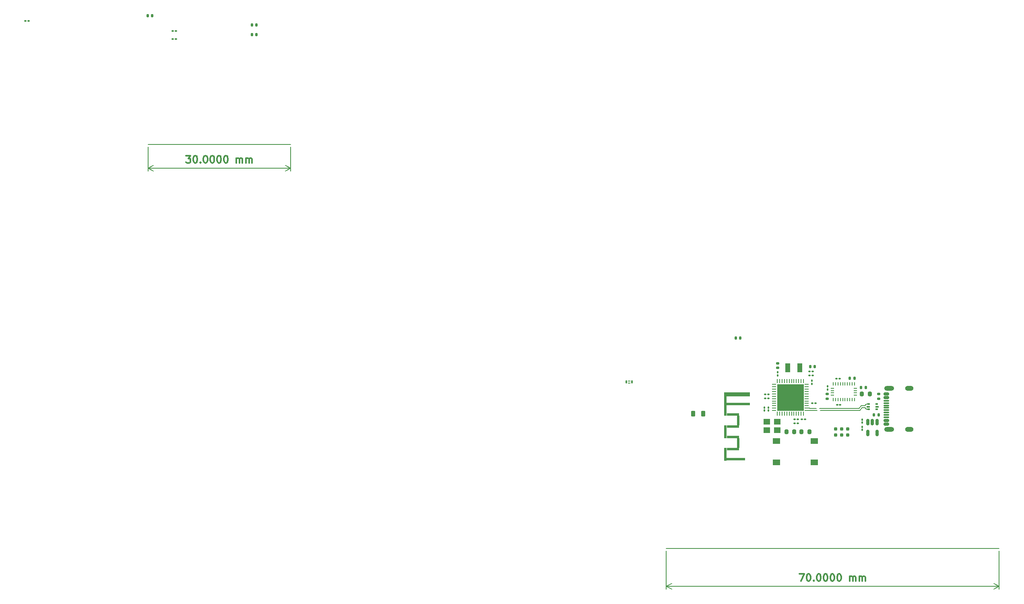
<source format=gbr>
%TF.GenerationSoftware,KiCad,Pcbnew,7.0.8*%
%TF.CreationDate,2024-02-19T13:09:21+00:00*%
%TF.ProjectId,HW_MoveCritic_KiCad_Project,48575f4d-6f76-4654-9372-697469635f4b,rev?*%
%TF.SameCoordinates,Original*%
%TF.FileFunction,Copper,L1,Top*%
%TF.FilePolarity,Positive*%
%FSLAX46Y46*%
G04 Gerber Fmt 4.6, Leading zero omitted, Abs format (unit mm)*
G04 Created by KiCad (PCBNEW 7.0.8) date 2024-02-19 13:09:21*
%MOMM*%
%LPD*%
G01*
G04 APERTURE LIST*
G04 Aperture macros list*
%AMRoundRect*
0 Rectangle with rounded corners*
0 $1 Rounding radius*
0 $2 $3 $4 $5 $6 $7 $8 $9 X,Y pos of 4 corners*
0 Add a 4 corners polygon primitive as box body*
4,1,4,$2,$3,$4,$5,$6,$7,$8,$9,$2,$3,0*
0 Add four circle primitives for the rounded corners*
1,1,$1+$1,$2,$3*
1,1,$1+$1,$4,$5*
1,1,$1+$1,$6,$7*
1,1,$1+$1,$8,$9*
0 Add four rect primitives between the rounded corners*
20,1,$1+$1,$2,$3,$4,$5,0*
20,1,$1+$1,$4,$5,$6,$7,0*
20,1,$1+$1,$6,$7,$8,$9,0*
20,1,$1+$1,$8,$9,$2,$3,0*%
G04 Aperture macros list end*
%TA.AperFunction,NonConductor*%
%ADD10C,0.200000*%
%TD*%
%ADD11C,0.300000*%
%TA.AperFunction,NonConductor*%
%ADD12C,0.300000*%
%TD*%
%TA.AperFunction,SMDPad,CuDef*%
%ADD13RoundRect,0.100000X-0.130000X-0.100000X0.130000X-0.100000X0.130000X0.100000X-0.130000X0.100000X0*%
%TD*%
%TA.AperFunction,SMDPad,CuDef*%
%ADD14RoundRect,0.135000X0.185000X-0.135000X0.185000X0.135000X-0.185000X0.135000X-0.185000X-0.135000X0*%
%TD*%
%TA.AperFunction,SMDPad,CuDef*%
%ADD15R,0.500000X0.375000*%
%TD*%
%TA.AperFunction,SMDPad,CuDef*%
%ADD16R,0.650000X0.300000*%
%TD*%
%TA.AperFunction,SMDPad,CuDef*%
%ADD17RoundRect,0.218750X-0.218750X-0.381250X0.218750X-0.381250X0.218750X0.381250X-0.218750X0.381250X0*%
%TD*%
%TA.AperFunction,SMDPad,CuDef*%
%ADD18RoundRect,0.100000X0.130000X0.100000X-0.130000X0.100000X-0.130000X-0.100000X0.130000X-0.100000X0*%
%TD*%
%TA.AperFunction,SMDPad,CuDef*%
%ADD19RoundRect,0.147500X-0.147500X-0.172500X0.147500X-0.172500X0.147500X0.172500X-0.147500X0.172500X0*%
%TD*%
%TA.AperFunction,SMDPad,CuDef*%
%ADD20R,1.100000X1.900000*%
%TD*%
%TA.AperFunction,SMDPad,CuDef*%
%ADD21RoundRect,0.135000X0.135000X0.185000X-0.135000X0.185000X-0.135000X-0.185000X0.135000X-0.185000X0*%
%TD*%
%TA.AperFunction,SMDPad,CuDef*%
%ADD22RoundRect,0.140000X-0.140000X-0.170000X0.140000X-0.170000X0.140000X0.170000X-0.140000X0.170000X0*%
%TD*%
%TA.AperFunction,SMDPad,CuDef*%
%ADD23RoundRect,0.150000X0.425000X-0.150000X0.425000X0.150000X-0.425000X0.150000X-0.425000X-0.150000X0*%
%TD*%
%TA.AperFunction,SMDPad,CuDef*%
%ADD24RoundRect,0.075000X0.500000X-0.075000X0.500000X0.075000X-0.500000X0.075000X-0.500000X-0.075000X0*%
%TD*%
%TA.AperFunction,ComponentPad*%
%ADD25O,2.100000X1.000000*%
%TD*%
%TA.AperFunction,ComponentPad*%
%ADD26O,1.800000X1.000000*%
%TD*%
%TA.AperFunction,SMDPad,CuDef*%
%ADD27RoundRect,0.135000X-0.135000X-0.185000X0.135000X-0.185000X0.135000X0.185000X-0.135000X0.185000X0*%
%TD*%
%TA.AperFunction,SMDPad,CuDef*%
%ADD28RoundRect,0.200000X0.200000X0.275000X-0.200000X0.275000X-0.200000X-0.275000X0.200000X-0.275000X0*%
%TD*%
%TA.AperFunction,SMDPad,CuDef*%
%ADD29RoundRect,0.100000X0.100000X-0.130000X0.100000X0.130000X-0.100000X0.130000X-0.100000X-0.130000X0*%
%TD*%
%TA.AperFunction,ConnectorPad*%
%ADD30C,0.787400*%
%TD*%
%TA.AperFunction,SMDPad,CuDef*%
%ADD31R,0.500000X5.000000*%
%TD*%
%TA.AperFunction,SMDPad,CuDef*%
%ADD32R,4.900000X0.500000*%
%TD*%
%TA.AperFunction,SMDPad,CuDef*%
%ADD33R,2.640000X0.500000*%
%TD*%
%TA.AperFunction,SMDPad,CuDef*%
%ADD34R,0.500000X2.000000*%
%TD*%
%TA.AperFunction,SMDPad,CuDef*%
%ADD35R,0.500000X2.700000*%
%TD*%
%TA.AperFunction,SMDPad,CuDef*%
%ADD36R,3.900000X0.500000*%
%TD*%
%TA.AperFunction,SMDPad,CuDef*%
%ADD37R,4.900000X0.900000*%
%TD*%
%TA.AperFunction,SMDPad,CuDef*%
%ADD38R,1.550000X1.300000*%
%TD*%
%TA.AperFunction,SMDPad,CuDef*%
%ADD39RoundRect,0.100000X-0.100000X0.130000X-0.100000X-0.130000X0.100000X-0.130000X0.100000X0.130000X0*%
%TD*%
%TA.AperFunction,SMDPad,CuDef*%
%ADD40RoundRect,0.062500X-0.062500X0.375000X-0.062500X-0.375000X0.062500X-0.375000X0.062500X0.375000X0*%
%TD*%
%TA.AperFunction,SMDPad,CuDef*%
%ADD41RoundRect,0.062500X-0.375000X0.062500X-0.375000X-0.062500X0.375000X-0.062500X0.375000X0.062500X0*%
%TD*%
%TA.AperFunction,SMDPad,CuDef*%
%ADD42R,5.600000X5.600000*%
%TD*%
%TA.AperFunction,SMDPad,CuDef*%
%ADD43RoundRect,0.200000X-0.200000X-0.275000X0.200000X-0.275000X0.200000X0.275000X-0.200000X0.275000X0*%
%TD*%
%TA.AperFunction,SMDPad,CuDef*%
%ADD44RoundRect,0.140000X-0.170000X0.140000X-0.170000X-0.140000X0.170000X-0.140000X0.170000X0.140000X0*%
%TD*%
%TA.AperFunction,SMDPad,CuDef*%
%ADD45RoundRect,0.068750X-0.068750X-0.281250X0.068750X-0.281250X0.068750X0.281250X-0.068750X0.281250X0*%
%TD*%
%TA.AperFunction,SMDPad,CuDef*%
%ADD46RoundRect,0.061250X-0.163750X-0.061250X0.163750X-0.061250X0.163750X0.061250X-0.163750X0.061250X0*%
%TD*%
%TA.AperFunction,SMDPad,CuDef*%
%ADD47R,0.254000X0.675000*%
%TD*%
%TA.AperFunction,SMDPad,CuDef*%
%ADD48R,0.675000X0.254000*%
%TD*%
%TA.AperFunction,SMDPad,CuDef*%
%ADD49R,1.400000X1.200000*%
%TD*%
%TA.AperFunction,SMDPad,CuDef*%
%ADD50RoundRect,0.150000X-0.150000X0.512500X-0.150000X-0.512500X0.150000X-0.512500X0.150000X0.512500X0*%
%TD*%
%TA.AperFunction,Conductor*%
%ADD51C,0.200000*%
%TD*%
G04 APERTURE END LIST*
D10*
X15000000Y-45000000D02*
X45000000Y-45000000D01*
X124000000Y-130000000D02*
X194000000Y-130000000D01*
D11*
D12*
X152000001Y-135378327D02*
X153000001Y-135378327D01*
X153000001Y-135378327D02*
X152357144Y-136878327D01*
X153857144Y-135378327D02*
X154000001Y-135378327D01*
X154000001Y-135378327D02*
X154142858Y-135449756D01*
X154142858Y-135449756D02*
X154214287Y-135521184D01*
X154214287Y-135521184D02*
X154285715Y-135664041D01*
X154285715Y-135664041D02*
X154357144Y-135949756D01*
X154357144Y-135949756D02*
X154357144Y-136306899D01*
X154357144Y-136306899D02*
X154285715Y-136592613D01*
X154285715Y-136592613D02*
X154214287Y-136735470D01*
X154214287Y-136735470D02*
X154142858Y-136806899D01*
X154142858Y-136806899D02*
X154000001Y-136878327D01*
X154000001Y-136878327D02*
X153857144Y-136878327D01*
X153857144Y-136878327D02*
X153714287Y-136806899D01*
X153714287Y-136806899D02*
X153642858Y-136735470D01*
X153642858Y-136735470D02*
X153571429Y-136592613D01*
X153571429Y-136592613D02*
X153500001Y-136306899D01*
X153500001Y-136306899D02*
X153500001Y-135949756D01*
X153500001Y-135949756D02*
X153571429Y-135664041D01*
X153571429Y-135664041D02*
X153642858Y-135521184D01*
X153642858Y-135521184D02*
X153714287Y-135449756D01*
X153714287Y-135449756D02*
X153857144Y-135378327D01*
X155000000Y-136735470D02*
X155071429Y-136806899D01*
X155071429Y-136806899D02*
X155000000Y-136878327D01*
X155000000Y-136878327D02*
X154928572Y-136806899D01*
X154928572Y-136806899D02*
X155000000Y-136735470D01*
X155000000Y-136735470D02*
X155000000Y-136878327D01*
X156000001Y-135378327D02*
X156142858Y-135378327D01*
X156142858Y-135378327D02*
X156285715Y-135449756D01*
X156285715Y-135449756D02*
X156357144Y-135521184D01*
X156357144Y-135521184D02*
X156428572Y-135664041D01*
X156428572Y-135664041D02*
X156500001Y-135949756D01*
X156500001Y-135949756D02*
X156500001Y-136306899D01*
X156500001Y-136306899D02*
X156428572Y-136592613D01*
X156428572Y-136592613D02*
X156357144Y-136735470D01*
X156357144Y-136735470D02*
X156285715Y-136806899D01*
X156285715Y-136806899D02*
X156142858Y-136878327D01*
X156142858Y-136878327D02*
X156000001Y-136878327D01*
X156000001Y-136878327D02*
X155857144Y-136806899D01*
X155857144Y-136806899D02*
X155785715Y-136735470D01*
X155785715Y-136735470D02*
X155714286Y-136592613D01*
X155714286Y-136592613D02*
X155642858Y-136306899D01*
X155642858Y-136306899D02*
X155642858Y-135949756D01*
X155642858Y-135949756D02*
X155714286Y-135664041D01*
X155714286Y-135664041D02*
X155785715Y-135521184D01*
X155785715Y-135521184D02*
X155857144Y-135449756D01*
X155857144Y-135449756D02*
X156000001Y-135378327D01*
X157428572Y-135378327D02*
X157571429Y-135378327D01*
X157571429Y-135378327D02*
X157714286Y-135449756D01*
X157714286Y-135449756D02*
X157785715Y-135521184D01*
X157785715Y-135521184D02*
X157857143Y-135664041D01*
X157857143Y-135664041D02*
X157928572Y-135949756D01*
X157928572Y-135949756D02*
X157928572Y-136306899D01*
X157928572Y-136306899D02*
X157857143Y-136592613D01*
X157857143Y-136592613D02*
X157785715Y-136735470D01*
X157785715Y-136735470D02*
X157714286Y-136806899D01*
X157714286Y-136806899D02*
X157571429Y-136878327D01*
X157571429Y-136878327D02*
X157428572Y-136878327D01*
X157428572Y-136878327D02*
X157285715Y-136806899D01*
X157285715Y-136806899D02*
X157214286Y-136735470D01*
X157214286Y-136735470D02*
X157142857Y-136592613D01*
X157142857Y-136592613D02*
X157071429Y-136306899D01*
X157071429Y-136306899D02*
X157071429Y-135949756D01*
X157071429Y-135949756D02*
X157142857Y-135664041D01*
X157142857Y-135664041D02*
X157214286Y-135521184D01*
X157214286Y-135521184D02*
X157285715Y-135449756D01*
X157285715Y-135449756D02*
X157428572Y-135378327D01*
X158857143Y-135378327D02*
X159000000Y-135378327D01*
X159000000Y-135378327D02*
X159142857Y-135449756D01*
X159142857Y-135449756D02*
X159214286Y-135521184D01*
X159214286Y-135521184D02*
X159285714Y-135664041D01*
X159285714Y-135664041D02*
X159357143Y-135949756D01*
X159357143Y-135949756D02*
X159357143Y-136306899D01*
X159357143Y-136306899D02*
X159285714Y-136592613D01*
X159285714Y-136592613D02*
X159214286Y-136735470D01*
X159214286Y-136735470D02*
X159142857Y-136806899D01*
X159142857Y-136806899D02*
X159000000Y-136878327D01*
X159000000Y-136878327D02*
X158857143Y-136878327D01*
X158857143Y-136878327D02*
X158714286Y-136806899D01*
X158714286Y-136806899D02*
X158642857Y-136735470D01*
X158642857Y-136735470D02*
X158571428Y-136592613D01*
X158571428Y-136592613D02*
X158500000Y-136306899D01*
X158500000Y-136306899D02*
X158500000Y-135949756D01*
X158500000Y-135949756D02*
X158571428Y-135664041D01*
X158571428Y-135664041D02*
X158642857Y-135521184D01*
X158642857Y-135521184D02*
X158714286Y-135449756D01*
X158714286Y-135449756D02*
X158857143Y-135378327D01*
X160285714Y-135378327D02*
X160428571Y-135378327D01*
X160428571Y-135378327D02*
X160571428Y-135449756D01*
X160571428Y-135449756D02*
X160642857Y-135521184D01*
X160642857Y-135521184D02*
X160714285Y-135664041D01*
X160714285Y-135664041D02*
X160785714Y-135949756D01*
X160785714Y-135949756D02*
X160785714Y-136306899D01*
X160785714Y-136306899D02*
X160714285Y-136592613D01*
X160714285Y-136592613D02*
X160642857Y-136735470D01*
X160642857Y-136735470D02*
X160571428Y-136806899D01*
X160571428Y-136806899D02*
X160428571Y-136878327D01*
X160428571Y-136878327D02*
X160285714Y-136878327D01*
X160285714Y-136878327D02*
X160142857Y-136806899D01*
X160142857Y-136806899D02*
X160071428Y-136735470D01*
X160071428Y-136735470D02*
X159999999Y-136592613D01*
X159999999Y-136592613D02*
X159928571Y-136306899D01*
X159928571Y-136306899D02*
X159928571Y-135949756D01*
X159928571Y-135949756D02*
X159999999Y-135664041D01*
X159999999Y-135664041D02*
X160071428Y-135521184D01*
X160071428Y-135521184D02*
X160142857Y-135449756D01*
X160142857Y-135449756D02*
X160285714Y-135378327D01*
X162571427Y-136878327D02*
X162571427Y-135878327D01*
X162571427Y-136021184D02*
X162642856Y-135949756D01*
X162642856Y-135949756D02*
X162785713Y-135878327D01*
X162785713Y-135878327D02*
X162999999Y-135878327D01*
X162999999Y-135878327D02*
X163142856Y-135949756D01*
X163142856Y-135949756D02*
X163214285Y-136092613D01*
X163214285Y-136092613D02*
X163214285Y-136878327D01*
X163214285Y-136092613D02*
X163285713Y-135949756D01*
X163285713Y-135949756D02*
X163428570Y-135878327D01*
X163428570Y-135878327D02*
X163642856Y-135878327D01*
X163642856Y-135878327D02*
X163785713Y-135949756D01*
X163785713Y-135949756D02*
X163857142Y-136092613D01*
X163857142Y-136092613D02*
X163857142Y-136878327D01*
X164571427Y-136878327D02*
X164571427Y-135878327D01*
X164571427Y-136021184D02*
X164642856Y-135949756D01*
X164642856Y-135949756D02*
X164785713Y-135878327D01*
X164785713Y-135878327D02*
X164999999Y-135878327D01*
X164999999Y-135878327D02*
X165142856Y-135949756D01*
X165142856Y-135949756D02*
X165214285Y-136092613D01*
X165214285Y-136092613D02*
X165214285Y-136878327D01*
X165214285Y-136092613D02*
X165285713Y-135949756D01*
X165285713Y-135949756D02*
X165428570Y-135878327D01*
X165428570Y-135878327D02*
X165642856Y-135878327D01*
X165642856Y-135878327D02*
X165785713Y-135949756D01*
X165785713Y-135949756D02*
X165857142Y-136092613D01*
X165857142Y-136092613D02*
X165857142Y-136878327D01*
D10*
X124000000Y-130500000D02*
X124000000Y-138586419D01*
X194000000Y-130500000D02*
X194000000Y-138586419D01*
X124000000Y-137999999D02*
X194000000Y-137999999D01*
X124000000Y-137999999D02*
X194000000Y-137999999D01*
X124000000Y-137999999D02*
X125126504Y-137413578D01*
X124000000Y-137999999D02*
X125126504Y-138586420D01*
X194000000Y-137999999D02*
X192873496Y-138586420D01*
X194000000Y-137999999D02*
X192873496Y-137413578D01*
D11*
D12*
X23000001Y-47378327D02*
X23928573Y-47378327D01*
X23928573Y-47378327D02*
X23428573Y-47949756D01*
X23428573Y-47949756D02*
X23642858Y-47949756D01*
X23642858Y-47949756D02*
X23785716Y-48021184D01*
X23785716Y-48021184D02*
X23857144Y-48092613D01*
X23857144Y-48092613D02*
X23928573Y-48235470D01*
X23928573Y-48235470D02*
X23928573Y-48592613D01*
X23928573Y-48592613D02*
X23857144Y-48735470D01*
X23857144Y-48735470D02*
X23785716Y-48806899D01*
X23785716Y-48806899D02*
X23642858Y-48878327D01*
X23642858Y-48878327D02*
X23214287Y-48878327D01*
X23214287Y-48878327D02*
X23071430Y-48806899D01*
X23071430Y-48806899D02*
X23000001Y-48735470D01*
X24857144Y-47378327D02*
X25000001Y-47378327D01*
X25000001Y-47378327D02*
X25142858Y-47449756D01*
X25142858Y-47449756D02*
X25214287Y-47521184D01*
X25214287Y-47521184D02*
X25285715Y-47664041D01*
X25285715Y-47664041D02*
X25357144Y-47949756D01*
X25357144Y-47949756D02*
X25357144Y-48306899D01*
X25357144Y-48306899D02*
X25285715Y-48592613D01*
X25285715Y-48592613D02*
X25214287Y-48735470D01*
X25214287Y-48735470D02*
X25142858Y-48806899D01*
X25142858Y-48806899D02*
X25000001Y-48878327D01*
X25000001Y-48878327D02*
X24857144Y-48878327D01*
X24857144Y-48878327D02*
X24714287Y-48806899D01*
X24714287Y-48806899D02*
X24642858Y-48735470D01*
X24642858Y-48735470D02*
X24571429Y-48592613D01*
X24571429Y-48592613D02*
X24500001Y-48306899D01*
X24500001Y-48306899D02*
X24500001Y-47949756D01*
X24500001Y-47949756D02*
X24571429Y-47664041D01*
X24571429Y-47664041D02*
X24642858Y-47521184D01*
X24642858Y-47521184D02*
X24714287Y-47449756D01*
X24714287Y-47449756D02*
X24857144Y-47378327D01*
X26000000Y-48735470D02*
X26071429Y-48806899D01*
X26071429Y-48806899D02*
X26000000Y-48878327D01*
X26000000Y-48878327D02*
X25928572Y-48806899D01*
X25928572Y-48806899D02*
X26000000Y-48735470D01*
X26000000Y-48735470D02*
X26000000Y-48878327D01*
X27000001Y-47378327D02*
X27142858Y-47378327D01*
X27142858Y-47378327D02*
X27285715Y-47449756D01*
X27285715Y-47449756D02*
X27357144Y-47521184D01*
X27357144Y-47521184D02*
X27428572Y-47664041D01*
X27428572Y-47664041D02*
X27500001Y-47949756D01*
X27500001Y-47949756D02*
X27500001Y-48306899D01*
X27500001Y-48306899D02*
X27428572Y-48592613D01*
X27428572Y-48592613D02*
X27357144Y-48735470D01*
X27357144Y-48735470D02*
X27285715Y-48806899D01*
X27285715Y-48806899D02*
X27142858Y-48878327D01*
X27142858Y-48878327D02*
X27000001Y-48878327D01*
X27000001Y-48878327D02*
X26857144Y-48806899D01*
X26857144Y-48806899D02*
X26785715Y-48735470D01*
X26785715Y-48735470D02*
X26714286Y-48592613D01*
X26714286Y-48592613D02*
X26642858Y-48306899D01*
X26642858Y-48306899D02*
X26642858Y-47949756D01*
X26642858Y-47949756D02*
X26714286Y-47664041D01*
X26714286Y-47664041D02*
X26785715Y-47521184D01*
X26785715Y-47521184D02*
X26857144Y-47449756D01*
X26857144Y-47449756D02*
X27000001Y-47378327D01*
X28428572Y-47378327D02*
X28571429Y-47378327D01*
X28571429Y-47378327D02*
X28714286Y-47449756D01*
X28714286Y-47449756D02*
X28785715Y-47521184D01*
X28785715Y-47521184D02*
X28857143Y-47664041D01*
X28857143Y-47664041D02*
X28928572Y-47949756D01*
X28928572Y-47949756D02*
X28928572Y-48306899D01*
X28928572Y-48306899D02*
X28857143Y-48592613D01*
X28857143Y-48592613D02*
X28785715Y-48735470D01*
X28785715Y-48735470D02*
X28714286Y-48806899D01*
X28714286Y-48806899D02*
X28571429Y-48878327D01*
X28571429Y-48878327D02*
X28428572Y-48878327D01*
X28428572Y-48878327D02*
X28285715Y-48806899D01*
X28285715Y-48806899D02*
X28214286Y-48735470D01*
X28214286Y-48735470D02*
X28142857Y-48592613D01*
X28142857Y-48592613D02*
X28071429Y-48306899D01*
X28071429Y-48306899D02*
X28071429Y-47949756D01*
X28071429Y-47949756D02*
X28142857Y-47664041D01*
X28142857Y-47664041D02*
X28214286Y-47521184D01*
X28214286Y-47521184D02*
X28285715Y-47449756D01*
X28285715Y-47449756D02*
X28428572Y-47378327D01*
X29857143Y-47378327D02*
X30000000Y-47378327D01*
X30000000Y-47378327D02*
X30142857Y-47449756D01*
X30142857Y-47449756D02*
X30214286Y-47521184D01*
X30214286Y-47521184D02*
X30285714Y-47664041D01*
X30285714Y-47664041D02*
X30357143Y-47949756D01*
X30357143Y-47949756D02*
X30357143Y-48306899D01*
X30357143Y-48306899D02*
X30285714Y-48592613D01*
X30285714Y-48592613D02*
X30214286Y-48735470D01*
X30214286Y-48735470D02*
X30142857Y-48806899D01*
X30142857Y-48806899D02*
X30000000Y-48878327D01*
X30000000Y-48878327D02*
X29857143Y-48878327D01*
X29857143Y-48878327D02*
X29714286Y-48806899D01*
X29714286Y-48806899D02*
X29642857Y-48735470D01*
X29642857Y-48735470D02*
X29571428Y-48592613D01*
X29571428Y-48592613D02*
X29500000Y-48306899D01*
X29500000Y-48306899D02*
X29500000Y-47949756D01*
X29500000Y-47949756D02*
X29571428Y-47664041D01*
X29571428Y-47664041D02*
X29642857Y-47521184D01*
X29642857Y-47521184D02*
X29714286Y-47449756D01*
X29714286Y-47449756D02*
X29857143Y-47378327D01*
X31285714Y-47378327D02*
X31428571Y-47378327D01*
X31428571Y-47378327D02*
X31571428Y-47449756D01*
X31571428Y-47449756D02*
X31642857Y-47521184D01*
X31642857Y-47521184D02*
X31714285Y-47664041D01*
X31714285Y-47664041D02*
X31785714Y-47949756D01*
X31785714Y-47949756D02*
X31785714Y-48306899D01*
X31785714Y-48306899D02*
X31714285Y-48592613D01*
X31714285Y-48592613D02*
X31642857Y-48735470D01*
X31642857Y-48735470D02*
X31571428Y-48806899D01*
X31571428Y-48806899D02*
X31428571Y-48878327D01*
X31428571Y-48878327D02*
X31285714Y-48878327D01*
X31285714Y-48878327D02*
X31142857Y-48806899D01*
X31142857Y-48806899D02*
X31071428Y-48735470D01*
X31071428Y-48735470D02*
X30999999Y-48592613D01*
X30999999Y-48592613D02*
X30928571Y-48306899D01*
X30928571Y-48306899D02*
X30928571Y-47949756D01*
X30928571Y-47949756D02*
X30999999Y-47664041D01*
X30999999Y-47664041D02*
X31071428Y-47521184D01*
X31071428Y-47521184D02*
X31142857Y-47449756D01*
X31142857Y-47449756D02*
X31285714Y-47378327D01*
X33571427Y-48878327D02*
X33571427Y-47878327D01*
X33571427Y-48021184D02*
X33642856Y-47949756D01*
X33642856Y-47949756D02*
X33785713Y-47878327D01*
X33785713Y-47878327D02*
X33999999Y-47878327D01*
X33999999Y-47878327D02*
X34142856Y-47949756D01*
X34142856Y-47949756D02*
X34214285Y-48092613D01*
X34214285Y-48092613D02*
X34214285Y-48878327D01*
X34214285Y-48092613D02*
X34285713Y-47949756D01*
X34285713Y-47949756D02*
X34428570Y-47878327D01*
X34428570Y-47878327D02*
X34642856Y-47878327D01*
X34642856Y-47878327D02*
X34785713Y-47949756D01*
X34785713Y-47949756D02*
X34857142Y-48092613D01*
X34857142Y-48092613D02*
X34857142Y-48878327D01*
X35571427Y-48878327D02*
X35571427Y-47878327D01*
X35571427Y-48021184D02*
X35642856Y-47949756D01*
X35642856Y-47949756D02*
X35785713Y-47878327D01*
X35785713Y-47878327D02*
X35999999Y-47878327D01*
X35999999Y-47878327D02*
X36142856Y-47949756D01*
X36142856Y-47949756D02*
X36214285Y-48092613D01*
X36214285Y-48092613D02*
X36214285Y-48878327D01*
X36214285Y-48092613D02*
X36285713Y-47949756D01*
X36285713Y-47949756D02*
X36428570Y-47878327D01*
X36428570Y-47878327D02*
X36642856Y-47878327D01*
X36642856Y-47878327D02*
X36785713Y-47949756D01*
X36785713Y-47949756D02*
X36857142Y-48092613D01*
X36857142Y-48092613D02*
X36857142Y-48878327D01*
D10*
X15000000Y-45500000D02*
X15000000Y-50586419D01*
X45000000Y-45500000D02*
X45000000Y-50586419D01*
X15000000Y-49999999D02*
X45000000Y-49999999D01*
X15000000Y-49999999D02*
X45000000Y-49999999D01*
X15000000Y-49999999D02*
X16126504Y-49413578D01*
X15000000Y-49999999D02*
X16126504Y-50586420D01*
X45000000Y-49999999D02*
X43873496Y-50586420D01*
X45000000Y-49999999D02*
X43873496Y-49413578D01*
D13*
%TO.P,C4,1*%
%TO.N,+3.3V*%
X152530000Y-102850000D03*
%TO.P,C4,2*%
%TO.N,GND*%
X153170000Y-102850000D03*
%TD*%
D14*
%TO.P,R10,1*%
%TO.N,+3.3V*%
X157800000Y-98560000D03*
%TO.P,R10,2*%
%TO.N,BNO_NBOOT*%
X157800000Y-97540000D03*
%TD*%
D15*
%TO.P,U2,1,I/O1*%
%TO.N,Net-(J3-D--PadA7)*%
X168225000Y-100737500D03*
D16*
%TO.P,U2,2,GND*%
%TO.N,GND*%
X168300000Y-100200000D03*
D15*
%TO.P,U2,3,I/O2*%
%TO.N,Net-(J3-D+-PadA6)*%
X168225000Y-99662500D03*
%TO.P,U2,4,I/O2*%
%TO.N,USB_D+*%
X166525000Y-99662500D03*
D16*
%TO.P,U2,5,VBUS*%
%TO.N,Net-(U2-VBUS)*%
X166450000Y-100200000D03*
D15*
%TO.P,U2,6,I/O1*%
%TO.N,USB_D-*%
X166525000Y-100737500D03*
%TD*%
D17*
%TO.P,L2,1,1*%
%TO.N,/SMPSLXL*%
X129662500Y-101700000D03*
%TO.P,L2,2,2*%
%TO.N,/SMPSFB*%
X131787500Y-101700000D03*
%TD*%
D13*
%TO.P,C6,1*%
%TO.N,+3.3V*%
X154130000Y-93650000D03*
%TO.P,C6,2*%
%TO.N,GND*%
X154770000Y-93650000D03*
%TD*%
D18*
%TO.P,C1,1*%
%TO.N,+3.3V*%
X145470000Y-98450000D03*
%TO.P,C1,2*%
%TO.N,GND*%
X144830000Y-98450000D03*
%TD*%
D19*
%TO.P,L3,1,1*%
%TO.N,RF1*%
X14905000Y-17972500D03*
%TO.P,L3,2,2*%
%TO.N,Net-(C15-Pad1)*%
X15875000Y-17972500D03*
%TD*%
D20*
%TO.P,X1,1,1*%
%TO.N,/LSE_OUT*%
X149550000Y-92000000D03*
%TO.P,X1,2,2*%
%TO.N,/LSE_IN*%
X152050000Y-92000000D03*
%TD*%
D21*
%TO.P,R4,1*%
%TO.N,Net-(J3-CC1)*%
X168710000Y-101900000D03*
%TO.P,R4,2*%
%TO.N,GND*%
X167690000Y-101900000D03*
%TD*%
D13*
%TO.P,C20,1*%
%TO.N,+3.3V*%
X159780000Y-94300000D03*
%TO.P,C20,2*%
%TO.N,GND*%
X160420000Y-94300000D03*
%TD*%
D22*
%TO.P,C15,1*%
%TO.N,Net-(C15-Pad1)*%
X36840000Y-21882500D03*
%TO.P,C15,2*%
%TO.N,GND*%
X37800000Y-21882500D03*
%TD*%
D14*
%TO.P,R3,1*%
%TO.N,Net-(J3-CC2)*%
X168650000Y-98560000D03*
%TO.P,R3,2*%
%TO.N,GND*%
X168650000Y-97540000D03*
%TD*%
D13*
%TO.P,C16,1*%
%TO.N,Net-(U1-NRST)*%
X20200000Y-22862500D03*
%TO.P,C16,2*%
%TO.N,NRST*%
X20840000Y-22862500D03*
%TD*%
%TO.P,C11,1*%
%TO.N,/SMPSFB*%
X20200000Y-21112500D03*
%TO.P,C11,2*%
%TO.N,GND*%
X20840000Y-21112500D03*
%TD*%
D22*
%TO.P,C13,1*%
%TO.N,/LSE_IN*%
X154240000Y-91800000D03*
%TO.P,C13,2*%
%TO.N,GND*%
X155200000Y-91800000D03*
%TD*%
D23*
%TO.P,J3,A1,GND*%
%TO.N,GND*%
X170320000Y-103880000D03*
%TO.P,J3,A4,VBUS*%
%TO.N,Net-(U2-VBUS)*%
X170320000Y-103080000D03*
D24*
%TO.P,J3,A5,CC1*%
%TO.N,Net-(J3-CC1)*%
X170320000Y-101930000D03*
%TO.P,J3,A6,D+*%
%TO.N,Net-(J3-D+-PadA6)*%
X170320000Y-100930000D03*
%TO.P,J3,A7,D-*%
%TO.N,Net-(J3-D--PadA7)*%
X170320000Y-100430000D03*
%TO.P,J3,A8,SBU1*%
%TO.N,unconnected-(J3-SBU1-PadA8)*%
X170320000Y-99430000D03*
D23*
%TO.P,J3,A9,VBUS*%
%TO.N,Net-(U2-VBUS)*%
X170320000Y-98280000D03*
%TO.P,J3,A12,GND*%
%TO.N,GND*%
X170320000Y-97480000D03*
%TO.P,J3,B1,GND*%
X170320000Y-97480000D03*
%TO.P,J3,B4,VBUS*%
%TO.N,Net-(U2-VBUS)*%
X170320000Y-98280000D03*
D24*
%TO.P,J3,B5,CC2*%
%TO.N,Net-(J3-CC2)*%
X170320000Y-98930000D03*
%TO.P,J3,B6,D+*%
%TO.N,Net-(J3-D+-PadA6)*%
X170320000Y-99930000D03*
%TO.P,J3,B7,D-*%
%TO.N,Net-(J3-D--PadA7)*%
X170320000Y-101430000D03*
%TO.P,J3,B8,SBU2*%
%TO.N,unconnected-(J3-SBU2-PadB8)*%
X170320000Y-102430000D03*
D23*
%TO.P,J3,B9,VBUS*%
%TO.N,Net-(U2-VBUS)*%
X170320000Y-103080000D03*
%TO.P,J3,B12,GND*%
%TO.N,GND*%
X170320000Y-103880000D03*
D25*
%TO.P,J3,S1,SHIELD*%
X170895000Y-105000000D03*
D26*
X175075000Y-105000000D03*
D25*
X170895000Y-96360000D03*
D26*
X175075000Y-96360000D03*
%TD*%
D27*
%TO.P,R8,1*%
%TO.N,+3.3V*%
X162540000Y-94200000D03*
%TO.P,R8,2*%
%TO.N,I2C1_SDA*%
X163560000Y-94200000D03*
%TD*%
D28*
%TO.P,R2,1*%
%TO.N,GND*%
X154075000Y-105450000D03*
%TO.P,R2,2*%
%TO.N,/BOOT_0*%
X152425000Y-105450000D03*
%TD*%
D13*
%TO.P,C16,1*%
%TO.N,NRST*%
X-10795000Y-19070000D03*
%TO.P,C16,2*%
%TO.N,GND*%
X-10155000Y-19070000D03*
%TD*%
D29*
%TO.P,C2,1*%
%TO.N,+3.3V*%
X147450000Y-93600000D03*
%TO.P,C2,2*%
%TO.N,GND*%
X147450000Y-92960000D03*
%TD*%
D30*
%TO.P,J2,1,VCC*%
%TO.N,+3.3V*%
X159645000Y-106125000D03*
%TO.P,J2,2,SWDIO*%
%TO.N,Net-(J2-SWDIO)*%
X159645000Y-104855000D03*
%TO.P,J2,3,~{RESET}*%
%TO.N,NRST*%
X160915000Y-106125000D03*
%TO.P,J2,4,SWCLK*%
%TO.N,Net-(J2-SWCLK)*%
X160915000Y-104855000D03*
%TO.P,J2,5,GND*%
%TO.N,GND*%
X162185000Y-106125000D03*
%TO.P,J2,6,SWO*%
%TO.N,Net-(J2-SWO)*%
X162185000Y-104855000D03*
%TD*%
D31*
%TO.P,AE1,1,FEED*%
%TO.N,/RF_ANT*%
X136450000Y-99625000D03*
D32*
X139150000Y-99675000D03*
D33*
X138020000Y-101875000D03*
D34*
X139090000Y-103125000D03*
D33*
X138020000Y-104375000D03*
D35*
X136450000Y-105475000D03*
D33*
X138020000Y-106575000D03*
D34*
X139090000Y-107825000D03*
D33*
X138020000Y-109075000D03*
D35*
X136450000Y-110175000D03*
D36*
X138650000Y-111275000D03*
D37*
%TO.P,AE1,2,PCB_Trace*%
%TO.N,GND*%
X139150000Y-97575000D03*
%TD*%
D38*
%TO.P,SW1,1,1*%
%TO.N,Net-(R1-Pad1)*%
X147175000Y-107400000D03*
X155125000Y-107400000D03*
%TO.P,SW1,2,2*%
%TO.N,+3.3V*%
X147175000Y-111900000D03*
X155125000Y-111900000D03*
%TD*%
D39*
%TO.P,C18,1*%
%TO.N,Net-(U2-VBUS)*%
X165200000Y-102912500D03*
%TO.P,C18,2*%
%TO.N,GND*%
X165200000Y-103552500D03*
%TD*%
D29*
%TO.P,C21,1*%
%TO.N,+3.3V*%
X157900000Y-96570000D03*
%TO.P,C21,2*%
%TO.N,GND*%
X157900000Y-95930000D03*
%TD*%
%TO.P,C10,1*%
%TO.N,+3.3V*%
X144650000Y-101020000D03*
%TO.P,C10,2*%
%TO.N,GND*%
X144650000Y-100380000D03*
%TD*%
%TO.P,C19,1*%
%TO.N,+3.3V*%
X165200000Y-105082500D03*
%TO.P,C19,2*%
%TO.N,GND*%
X165200000Y-104442500D03*
%TD*%
D18*
%TO.P,C8,1*%
%TO.N,+3.3V*%
X151620000Y-102850000D03*
%TO.P,C8,2*%
%TO.N,GND*%
X150980000Y-102850000D03*
%TD*%
%TO.P,C17,1*%
%TO.N,/BOOT_0*%
X145470000Y-97600000D03*
%TO.P,C17,2*%
%TO.N,GND*%
X144830000Y-97600000D03*
%TD*%
D40*
%TO.P,U1,1,VBAT*%
%TO.N,+3.3V*%
X152850000Y-94812500D03*
%TO.P,U1,2,PC14*%
%TO.N,/LSE_IN*%
X152350000Y-94812500D03*
%TO.P,U1,3,PC15*%
%TO.N,/LSE_OUT*%
X151850000Y-94812500D03*
%TO.P,U1,4,PH3*%
%TO.N,/BOOT_0*%
X151350000Y-94812500D03*
%TO.P,U1,5,PB8*%
%TO.N,I2C1_SCL*%
X150850000Y-94812500D03*
%TO.P,U1,6,PB9*%
%TO.N,I2C1_SDA*%
X150350000Y-94812500D03*
%TO.P,U1,7,NRST*%
%TO.N,NRST*%
X149850000Y-94812500D03*
%TO.P,U1,8,VDDA*%
%TO.N,+3.3V*%
X149350000Y-94812500D03*
%TO.P,U1,9,PA0*%
%TO.N,unconnected-(U1-PA0-Pad9)*%
X148850000Y-94812500D03*
%TO.P,U1,10,PA1*%
%TO.N,unconnected-(U1-PA1-Pad10)*%
X148350000Y-94812500D03*
%TO.P,U1,11,PA2*%
%TO.N,unconnected-(U1-PA2-Pad11)*%
X147850000Y-94812500D03*
%TO.P,U1,12,PA3*%
%TO.N,unconnected-(U1-PA3-Pad12)*%
X147350000Y-94812500D03*
D41*
%TO.P,U1,13,PA4*%
%TO.N,unconnected-(U1-PA4-Pad13)*%
X146662500Y-95500000D03*
%TO.P,U1,14,PA5*%
%TO.N,unconnected-(U1-PA5-Pad14)*%
X146662500Y-96000000D03*
%TO.P,U1,15,PA6*%
%TO.N,unconnected-(U1-PA6-Pad15)*%
X146662500Y-96500000D03*
%TO.P,U1,16,PA7*%
%TO.N,unconnected-(U1-PA7-Pad16)*%
X146662500Y-97000000D03*
%TO.P,U1,17,PA8*%
%TO.N,unconnected-(U1-PA8-Pad17)*%
X146662500Y-97500000D03*
%TO.P,U1,18,PA9*%
%TO.N,unconnected-(U1-PA9-Pad18)*%
X146662500Y-98000000D03*
%TO.P,U1,19,PB2*%
%TO.N,unconnected-(U1-PB2-Pad19)*%
X146662500Y-98500000D03*
%TO.P,U1,20,VDD*%
%TO.N,+3.3V*%
X146662500Y-99000000D03*
%TO.P,U1,21,RF1*%
%TO.N,RF1*%
X146662500Y-99500000D03*
%TO.P,U1,22,VSSRF*%
%TO.N,GND*%
X146662500Y-100000000D03*
%TO.P,U1,23,VDDRF*%
%TO.N,+3.3V*%
X146662500Y-100500000D03*
%TO.P,U1,24,OSC_OUT*%
%TO.N,/HSE_OUT*%
X146662500Y-101000000D03*
D40*
%TO.P,U1,25,OSC_IN*%
%TO.N,/HSE_IN*%
X147350000Y-101687500D03*
%TO.P,U1,26,AT0*%
%TO.N,unconnected-(U1-AT0-Pad26)*%
X147850000Y-101687500D03*
%TO.P,U1,27,AT1*%
%TO.N,unconnected-(U1-AT1-Pad27)*%
X148350000Y-101687500D03*
%TO.P,U1,28,PB0*%
%TO.N,unconnected-(U1-PB0-Pad28)*%
X148850000Y-101687500D03*
%TO.P,U1,29,PB1*%
%TO.N,unconnected-(U1-PB1-Pad29)*%
X149350000Y-101687500D03*
%TO.P,U1,30,PE4*%
%TO.N,unconnected-(U1-PE4-Pad30)*%
X149850000Y-101687500D03*
%TO.P,U1,31,VFBSMPS*%
%TO.N,/SMPSFB*%
X150350000Y-101687500D03*
%TO.P,U1,32,VSSSMPS*%
%TO.N,GND*%
X150850000Y-101687500D03*
%TO.P,U1,33,VLXSMPS*%
%TO.N,/SMPSLX*%
X151350000Y-101687500D03*
%TO.P,U1,34,VDDSMPS*%
%TO.N,+3.3V*%
X151850000Y-101687500D03*
%TO.P,U1,35,VDD*%
X152350000Y-101687500D03*
%TO.P,U1,36,PA10*%
%TO.N,unconnected-(U1-PA10-Pad36)*%
X152850000Y-101687500D03*
D41*
%TO.P,U1,37,PA11*%
%TO.N,USB_D-*%
X153537500Y-101000000D03*
%TO.P,U1,38,PA12*%
%TO.N,USB_D+*%
X153537500Y-100500000D03*
%TO.P,U1,39,PA13*%
%TO.N,Net-(J2-SWCLK)*%
X153537500Y-100000000D03*
%TO.P,U1,40,VDDUSB*%
%TO.N,+3.3V*%
X153537500Y-99500000D03*
%TO.P,U1,41,PA14*%
%TO.N,Net-(J2-SWDIO)*%
X153537500Y-99000000D03*
%TO.P,U1,42,PA15*%
%TO.N,unconnected-(U1-PA15-Pad42)*%
X153537500Y-98500000D03*
%TO.P,U1,43,PB3*%
%TO.N,Net-(J2-SWO)*%
X153537500Y-98000000D03*
%TO.P,U1,44,PB4*%
%TO.N,unconnected-(U1-PB4-Pad44)*%
X153537500Y-97500000D03*
%TO.P,U1,45,PB5*%
%TO.N,BNO_NBOOT*%
X153537500Y-97000000D03*
%TO.P,U1,46,PB6*%
%TO.N,BNO_NRST*%
X153537500Y-96500000D03*
%TO.P,U1,47,PB7*%
%TO.N,BNO_NINT*%
X153537500Y-96000000D03*
%TO.P,U1,48,VDD*%
%TO.N,+3.3V*%
X153537500Y-95500000D03*
D42*
%TO.P,U1,49,VSS*%
%TO.N,GND*%
X150100000Y-98250000D03*
%TD*%
D19*
%TO.P,L1,1,1*%
%TO.N,/SMPSLX*%
X138575000Y-85770000D03*
%TO.P,L1,2,2*%
%TO.N,/SMPSLXL*%
X139545000Y-85770000D03*
%TD*%
D28*
%TO.P,R6,1*%
%TO.N,GND*%
X166775000Y-97500000D03*
%TO.P,R6,2*%
%TO.N,+3.3V*%
X165125000Y-97500000D03*
%TD*%
D18*
%TO.P,C22,1*%
%TO.N,Net-(U5-CAP)*%
X160570000Y-99800000D03*
%TO.P,C22,2*%
%TO.N,GND*%
X159930000Y-99800000D03*
%TD*%
D43*
%TO.P,R1,1*%
%TO.N,Net-(R1-Pad1)*%
X149275000Y-105450000D03*
%TO.P,R1,2*%
%TO.N,/BOOT_0*%
X150925000Y-105450000D03*
%TD*%
D18*
%TO.P,C9,1*%
%TO.N,+3.3V*%
X151615000Y-103700000D03*
%TO.P,C9,2*%
%TO.N,GND*%
X150975000Y-103700000D03*
%TD*%
D22*
%TO.P,C14,1*%
%TO.N,RF1*%
X36840000Y-19912500D03*
%TO.P,C14,2*%
%TO.N,GND*%
X37800000Y-19912500D03*
%TD*%
D13*
%TO.P,C3,1*%
%TO.N,+3.3V*%
X154700000Y-99500000D03*
%TO.P,C3,2*%
%TO.N,GND*%
X155340000Y-99500000D03*
%TD*%
D29*
%TO.P,C23,1*%
%TO.N,+3.3V*%
X145500000Y-101020000D03*
%TO.P,C23,2*%
%TO.N,GND*%
X145500000Y-100380000D03*
%TD*%
D21*
%TO.P,R7,1*%
%TO.N,+3.3V*%
X165960000Y-96150000D03*
%TO.P,R7,2*%
%TO.N,I2C1_SCL*%
X164940000Y-96150000D03*
%TD*%
D13*
%TO.P,C7,1*%
%TO.N,+3.3V*%
X154115000Y-92800000D03*
%TO.P,C7,2*%
%TO.N,GND*%
X154755000Y-92800000D03*
%TD*%
D44*
%TO.P,C12,1*%
%TO.N,/LSE_OUT*%
X147400000Y-91050000D03*
%TO.P,C12,2*%
%TO.N,GND*%
X147400000Y-92010000D03*
%TD*%
D45*
%TO.P,FLT1,1*%
%TO.N,N/C*%
X115562500Y-95000000D03*
D46*
%TO.P,FLT1,2*%
X116175000Y-94772500D03*
X116175000Y-95227500D03*
D45*
%TO.P,FLT1,3*%
X116787500Y-95000000D03*
%TD*%
D47*
%TO.P,U5,1*%
%TO.N,N/C*%
X159100000Y-95387500D03*
D48*
%TO.P,U5,2,GND*%
%TO.N,GND*%
X158962500Y-96300000D03*
%TO.P,U5,3,VDD*%
%TO.N,+3.3V*%
X158962500Y-96800000D03*
%TO.P,U5,4,~{BOOT}*%
%TO.N,BNO_NBOOT*%
X158962500Y-97300000D03*
%TO.P,U5,5,PS1*%
%TO.N,GND*%
X158962500Y-97800000D03*
D47*
%TO.P,U5,6,PS0/WAKE*%
X159100000Y-98712500D03*
%TO.P,U5,7*%
%TO.N,N/C*%
X159600000Y-98712500D03*
%TO.P,U5,8*%
X160100000Y-98712500D03*
%TO.P,U5,9,CAP*%
%TO.N,Net-(U5-CAP)*%
X160600000Y-98712500D03*
%TO.P,U5,10,CLKSEL0*%
%TO.N,+3.3V*%
X161100000Y-98712500D03*
%TO.P,U5,11,~{RST}*%
%TO.N,BNO_NRST*%
X161600000Y-98712500D03*
%TO.P,U5,12*%
%TO.N,N/C*%
X162100000Y-98712500D03*
%TO.P,U5,13*%
X162600000Y-98712500D03*
%TO.P,U5,14,~{H_INT}*%
%TO.N,BNO_NINT*%
X163100000Y-98712500D03*
%TO.P,U5,15,ENV_SCL*%
%TO.N,unconnected-(U5-ENV_SCL-Pad15)*%
X163600000Y-98712500D03*
D48*
%TO.P,U5,16,ENV_SDA*%
%TO.N,unconnected-(U5-ENV_SDA-Pad16)*%
X163737500Y-97800000D03*
%TO.P,U5,17,SA0/H_MOSI*%
%TO.N,+3.3V*%
X163737500Y-97300000D03*
%TO.P,U5,18,~{H_CS}*%
%TO.N,unconnected-(U5-~{H_CS}-Pad18)*%
X163737500Y-96800000D03*
%TO.P,U5,19,H_SCL/SCK/RX*%
%TO.N,I2C1_SCL*%
X163737500Y-96300000D03*
D47*
%TO.P,U5,20,H_SDA/H_MISO/TX*%
%TO.N,I2C1_SDA*%
X163600000Y-95387500D03*
%TO.P,U5,21*%
%TO.N,N/C*%
X163100000Y-95387500D03*
%TO.P,U5,22*%
X162600000Y-95387500D03*
%TO.P,U5,23*%
X162100000Y-95387500D03*
%TO.P,U5,24*%
X161600000Y-95387500D03*
%TO.P,U5,25,GNDIO*%
%TO.N,GND*%
X161100000Y-95387500D03*
%TO.P,U5,26,XOUT32/CLKSEL1*%
X160600000Y-95387500D03*
%TO.P,U5,27,XIN32*%
%TO.N,unconnected-(U5-XIN32-Pad27)*%
X160100000Y-95387500D03*
%TO.P,U5,28,VDDIO*%
%TO.N,+3.3V*%
X159600000Y-95387500D03*
%TD*%
D29*
%TO.P,C5,1*%
%TO.N,+3.3V*%
X154650000Y-95370000D03*
%TO.P,C5,2*%
%TO.N,GND*%
X154650000Y-94730000D03*
%TD*%
D49*
%TO.P,X2,1,1*%
%TO.N,/HSE_OUT*%
X145150000Y-105100000D03*
%TO.P,X2,2,2*%
%TO.N,GND*%
X147350000Y-105100000D03*
%TO.P,X2,3,3*%
%TO.N,/HSE_IN*%
X147350000Y-103400000D03*
%TO.P,X2,4,4*%
%TO.N,GND*%
X145150000Y-103400000D03*
%TD*%
D50*
%TO.P,U3,1,VIN*%
%TO.N,Net-(U2-VBUS)*%
X168300000Y-103462500D03*
%TO.P,U3,2,GND*%
%TO.N,GND*%
X167350000Y-103462500D03*
%TO.P,U3,3,EN*%
%TO.N,Net-(U2-VBUS)*%
X166400000Y-103462500D03*
%TO.P,U3,4,NC*%
%TO.N,unconnected-(U3-NC-Pad4)*%
X166400000Y-105737500D03*
%TO.P,U3,5,VOUT*%
%TO.N,+3.3V*%
X168300000Y-105737500D03*
%TD*%
D51*
%TO.N,USB_D-*%
X165775736Y-100425000D02*
X166000736Y-100650000D01*
X164693200Y-100975000D02*
X165243200Y-100425000D01*
X165243200Y-100425000D02*
X165775736Y-100425000D01*
X166062499Y-100650000D02*
X166149999Y-100737500D01*
X154218751Y-100975000D02*
X155743200Y-100975000D01*
X156393200Y-100975000D02*
X164693200Y-100975000D01*
X166000736Y-100650000D02*
X166062499Y-100650000D01*
X154193751Y-101000000D02*
X154218751Y-100975000D01*
X153537500Y-101000000D02*
X154193751Y-101000000D01*
X166149999Y-100737500D02*
X166525000Y-100737500D01*
%TO.N,USB_D+*%
X156206800Y-100525000D02*
X164506800Y-100525000D01*
X154218751Y-100525000D02*
X155556800Y-100525000D01*
X153537500Y-100500000D02*
X154193751Y-100500000D01*
X166149999Y-99662500D02*
X166525000Y-99662500D01*
X165056800Y-99975000D02*
X165775736Y-99975000D01*
X166062499Y-99750000D02*
X166149999Y-99662500D01*
X154193751Y-100500000D02*
X154218751Y-100525000D01*
X165775736Y-99975000D02*
X166000736Y-99750000D01*
X164506800Y-100525000D02*
X165056800Y-99975000D01*
X166000736Y-99750000D02*
X166062499Y-99750000D01*
%TD*%
M02*

</source>
